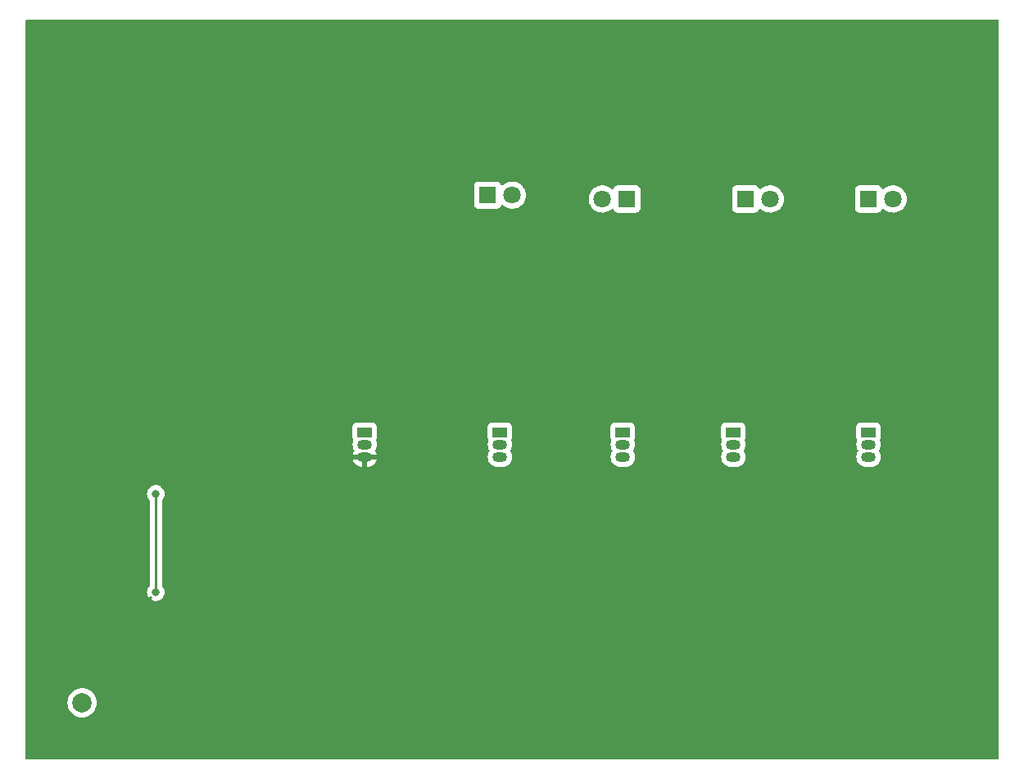
<source format=gbr>
%TF.GenerationSoftware,KiCad,Pcbnew,(6.0.0)*%
%TF.CreationDate,2024-11-06T11:00:43+02:00*%
%TF.ProjectId,second_pr.kicad_sch-1,7365636f-6e64-45f7-9072-2e6b69636164,0*%
%TF.SameCoordinates,Original*%
%TF.FileFunction,Copper,L2,Bot*%
%TF.FilePolarity,Positive*%
%FSLAX46Y46*%
G04 Gerber Fmt 4.6, Leading zero omitted, Abs format (unit mm)*
G04 Created by KiCad (PCBNEW (6.0.0)) date 2024-11-06 11:00:43*
%MOMM*%
%LPD*%
G01*
G04 APERTURE LIST*
%TA.AperFunction,ComponentPad*%
%ADD10R,1.800000X1.800000*%
%TD*%
%TA.AperFunction,ComponentPad*%
%ADD11C,1.800000*%
%TD*%
%TA.AperFunction,ComponentPad*%
%ADD12R,1.500000X1.050000*%
%TD*%
%TA.AperFunction,ComponentPad*%
%ADD13O,1.500000X1.050000*%
%TD*%
%TA.AperFunction,ViaPad*%
%ADD14C,0.800000*%
%TD*%
%TA.AperFunction,ViaPad*%
%ADD15C,2.000000*%
%TD*%
%TA.AperFunction,Conductor*%
%ADD16C,0.250000*%
%TD*%
G04 APERTURE END LIST*
D10*
%TO.P,D1,1,K*%
%TO.N,Net-(D1-Pad1)*%
X226060000Y-106281145D03*
D11*
%TO.P,D1,2,A*%
%TO.N,+9V*%
X228600000Y-106281145D03*
%TD*%
D12*
%TO.P,Q1,1,C*%
%TO.N,Net-(Q1-Pad1)*%
X213360000Y-130810000D03*
D13*
%TO.P,Q1,2,B*%
%TO.N,Net-(C1-Pad2)*%
X213360000Y-132080000D03*
%TO.P,Q1,3,E*%
%TO.N,GND*%
X213360000Y-133350000D03*
%TD*%
D10*
%TO.P,D4,1,K*%
%TO.N,Net-(D4-Pad1)*%
X265430000Y-106680000D03*
D11*
%TO.P,D4,2,A*%
%TO.N,+9V*%
X267970000Y-106680000D03*
%TD*%
D12*
%TO.P,Q4,1,C*%
%TO.N,Net-(D3-Pad1)*%
X251460000Y-130810000D03*
D13*
%TO.P,Q4,2,B*%
%TO.N,Net-(Q1-Pad1)*%
X251460000Y-132080000D03*
%TO.P,Q4,3,E*%
%TO.N,Net-(Q4-Pad3)*%
X251460000Y-133350000D03*
%TD*%
D12*
%TO.P,Q5,1,C*%
%TO.N,Net-(D4-Pad1)*%
X265430000Y-130810000D03*
D13*
%TO.P,Q5,2,B*%
%TO.N,Net-(Q1-Pad1)*%
X265430000Y-132080000D03*
%TO.P,Q5,3,E*%
%TO.N,Net-(Q5-Pad3)*%
X265430000Y-133350000D03*
%TD*%
D12*
%TO.P,Q3,1,C*%
%TO.N,Net-(D2-Pad1)*%
X240030000Y-130810000D03*
D13*
%TO.P,Q3,2,B*%
%TO.N,Net-(Q1-Pad1)*%
X240030000Y-132080000D03*
%TO.P,Q3,3,E*%
%TO.N,Net-(Q3-Pad3)*%
X240030000Y-133350000D03*
%TD*%
D12*
%TO.P,Q2,1,C*%
%TO.N,Net-(D1-Pad1)*%
X227330000Y-130810000D03*
D13*
%TO.P,Q2,2,B*%
%TO.N,Net-(Q1-Pad1)*%
X227330000Y-132080000D03*
%TO.P,Q2,3,E*%
%TO.N,Net-(Q2-Pad3)*%
X227330000Y-133350000D03*
%TD*%
D10*
%TO.P,D3,1,K*%
%TO.N,Net-(D3-Pad1)*%
X252730000Y-106680000D03*
D11*
%TO.P,D3,2,A*%
%TO.N,+9V*%
X255270000Y-106680000D03*
%TD*%
D10*
%TO.P,D2,1,K*%
%TO.N,Net-(D2-Pad1)*%
X240465572Y-106680000D03*
D11*
%TO.P,D2,2,A*%
%TO.N,+9V*%
X237925572Y-106680000D03*
%TD*%
D14*
%TO.N,Net-(C1-Pad2)*%
X191770000Y-137160000D03*
X191770000Y-147320000D03*
D15*
%TO.N,+9V*%
X184150000Y-158750000D03*
%TO.N,GND*%
X186690000Y-157480000D03*
%TD*%
D16*
%TO.N,Net-(C1-Pad2)*%
X191770000Y-147320000D02*
X191770000Y-137160000D01*
%TO.N,GND*%
X186690000Y-152400000D02*
X191257693Y-147832307D01*
X186690000Y-157480000D02*
X186690000Y-152400000D01*
%TD*%
%TA.AperFunction,Conductor*%
%TO.N,GND*%
G36*
X278834121Y-88158002D02*
G01*
X278880614Y-88211658D01*
X278892000Y-88264000D01*
X278892000Y-164466000D01*
X278871998Y-164534121D01*
X278818342Y-164580614D01*
X278766000Y-164592000D01*
X178434000Y-164592000D01*
X178365879Y-164571998D01*
X178319386Y-164518342D01*
X178308000Y-164466000D01*
X178308000Y-158750000D01*
X182636835Y-158750000D01*
X182655465Y-158986711D01*
X182710895Y-159217594D01*
X182801760Y-159436963D01*
X182804346Y-159441183D01*
X182923241Y-159635202D01*
X182923245Y-159635208D01*
X182925824Y-159639416D01*
X183080031Y-159819969D01*
X183260584Y-159974176D01*
X183264792Y-159976755D01*
X183264798Y-159976759D01*
X183458817Y-160095654D01*
X183463037Y-160098240D01*
X183467607Y-160100133D01*
X183467611Y-160100135D01*
X183677833Y-160187211D01*
X183682406Y-160189105D01*
X183762609Y-160208360D01*
X183908476Y-160243380D01*
X183908482Y-160243381D01*
X183913289Y-160244535D01*
X184150000Y-160263165D01*
X184386711Y-160244535D01*
X184391518Y-160243381D01*
X184391524Y-160243380D01*
X184537391Y-160208360D01*
X184617594Y-160189105D01*
X184622167Y-160187211D01*
X184832389Y-160100135D01*
X184832393Y-160100133D01*
X184836963Y-160098240D01*
X184841183Y-160095654D01*
X185035202Y-159976759D01*
X185035208Y-159976755D01*
X185039416Y-159974176D01*
X185219969Y-159819969D01*
X185374176Y-159639416D01*
X185376755Y-159635208D01*
X185376759Y-159635202D01*
X185495654Y-159441183D01*
X185498240Y-159436963D01*
X185589105Y-159217594D01*
X185644535Y-158986711D01*
X185663165Y-158750000D01*
X185644535Y-158513289D01*
X185589105Y-158282406D01*
X185498240Y-158063037D01*
X185495654Y-158058817D01*
X185376759Y-157864798D01*
X185376755Y-157864792D01*
X185374176Y-157860584D01*
X185219969Y-157680031D01*
X185039416Y-157525824D01*
X185035208Y-157523245D01*
X185035202Y-157523241D01*
X184841183Y-157404346D01*
X184836963Y-157401760D01*
X184832393Y-157399867D01*
X184832389Y-157399865D01*
X184622167Y-157312789D01*
X184622165Y-157312788D01*
X184617594Y-157310895D01*
X184537391Y-157291640D01*
X184391524Y-157256620D01*
X184391518Y-157256619D01*
X184386711Y-157255465D01*
X184150000Y-157236835D01*
X183913289Y-157255465D01*
X183908482Y-157256619D01*
X183908476Y-157256620D01*
X183762609Y-157291640D01*
X183682406Y-157310895D01*
X183677835Y-157312788D01*
X183677833Y-157312789D01*
X183467611Y-157399865D01*
X183467607Y-157399867D01*
X183463037Y-157401760D01*
X183458817Y-157404346D01*
X183264798Y-157523241D01*
X183264792Y-157523245D01*
X183260584Y-157525824D01*
X183080031Y-157680031D01*
X182925824Y-157860584D01*
X182923245Y-157864792D01*
X182923241Y-157864798D01*
X182804346Y-158058817D01*
X182801760Y-158063037D01*
X182710895Y-158282406D01*
X182655465Y-158513289D01*
X182636835Y-158750000D01*
X178308000Y-158750000D01*
X178308000Y-147320000D01*
X190856496Y-147320000D01*
X190876458Y-147509928D01*
X190935473Y-147691556D01*
X191030960Y-147856944D01*
X191158747Y-147998866D01*
X191313248Y-148111118D01*
X191319276Y-148113802D01*
X191319278Y-148113803D01*
X191481681Y-148186109D01*
X191487712Y-148188794D01*
X191581112Y-148208647D01*
X191668056Y-148227128D01*
X191668061Y-148227128D01*
X191674513Y-148228500D01*
X191865487Y-148228500D01*
X191871939Y-148227128D01*
X191871944Y-148227128D01*
X191958888Y-148208647D01*
X192052288Y-148188794D01*
X192058319Y-148186109D01*
X192220722Y-148113803D01*
X192220724Y-148113802D01*
X192226752Y-148111118D01*
X192381253Y-147998866D01*
X192509040Y-147856944D01*
X192604527Y-147691556D01*
X192663542Y-147509928D01*
X192683504Y-147320000D01*
X192663542Y-147130072D01*
X192604527Y-146948444D01*
X192509040Y-146783056D01*
X192435863Y-146701785D01*
X192405147Y-146637779D01*
X192403500Y-146617476D01*
X192403500Y-137862524D01*
X192423502Y-137794403D01*
X192435858Y-137778221D01*
X192509040Y-137696944D01*
X192604527Y-137531556D01*
X192663542Y-137349928D01*
X192683504Y-137160000D01*
X192663542Y-136970072D01*
X192604527Y-136788444D01*
X192509040Y-136623056D01*
X192381253Y-136481134D01*
X192226752Y-136368882D01*
X192220724Y-136366198D01*
X192220722Y-136366197D01*
X192058319Y-136293891D01*
X192058318Y-136293891D01*
X192052288Y-136291206D01*
X191958888Y-136271353D01*
X191871944Y-136252872D01*
X191871939Y-136252872D01*
X191865487Y-136251500D01*
X191674513Y-136251500D01*
X191668061Y-136252872D01*
X191668056Y-136252872D01*
X191581112Y-136271353D01*
X191487712Y-136291206D01*
X191481682Y-136293891D01*
X191481681Y-136293891D01*
X191319278Y-136366197D01*
X191319276Y-136366198D01*
X191313248Y-136368882D01*
X191158747Y-136481134D01*
X191030960Y-136623056D01*
X190935473Y-136788444D01*
X190876458Y-136970072D01*
X190856496Y-137160000D01*
X190876458Y-137349928D01*
X190935473Y-137531556D01*
X191030960Y-137696944D01*
X191104137Y-137778215D01*
X191134853Y-137842221D01*
X191136500Y-137862524D01*
X191136500Y-146617476D01*
X191116498Y-146685597D01*
X191104142Y-146701779D01*
X191030960Y-146783056D01*
X190935473Y-146948444D01*
X190876458Y-147130072D01*
X190856496Y-147320000D01*
X178308000Y-147320000D01*
X178308000Y-133615768D01*
X212136363Y-133615768D01*
X212170846Y-133732932D01*
X212175439Y-133744300D01*
X212263586Y-133912911D01*
X212270302Y-133923173D01*
X212389515Y-134071443D01*
X212398103Y-134080213D01*
X212543838Y-134202499D01*
X212553969Y-134209437D01*
X212720692Y-134301094D01*
X212731962Y-134305924D01*
X212913315Y-134363452D01*
X212925309Y-134366002D01*
X213073350Y-134382607D01*
X213080374Y-134383000D01*
X213087885Y-134383000D01*
X213103124Y-134378525D01*
X213104329Y-134377135D01*
X213106000Y-134369452D01*
X213106000Y-134364885D01*
X213614000Y-134364885D01*
X213618475Y-134380124D01*
X213619865Y-134381329D01*
X213627548Y-134383000D01*
X213632890Y-134383000D01*
X213639035Y-134382700D01*
X213780481Y-134368830D01*
X213792519Y-134366447D01*
X213974651Y-134311458D01*
X213985993Y-134306783D01*
X214153977Y-134217465D01*
X214164193Y-134210678D01*
X214311634Y-134090428D01*
X214320338Y-134081784D01*
X214441610Y-133935191D01*
X214448470Y-133925020D01*
X214538962Y-133757658D01*
X214543714Y-133746353D01*
X214582422Y-133621308D01*
X214582628Y-133607205D01*
X214575873Y-133604000D01*
X213632115Y-133604000D01*
X213616876Y-133608475D01*
X213615671Y-133609865D01*
X213614000Y-133617548D01*
X213614000Y-134364885D01*
X213106000Y-134364885D01*
X213106000Y-133622115D01*
X213101525Y-133606876D01*
X213100135Y-133605671D01*
X213092452Y-133604000D01*
X212151014Y-133604000D01*
X212137483Y-133607973D01*
X212136363Y-133615768D01*
X178308000Y-133615768D01*
X178308000Y-133342750D01*
X226066524Y-133342750D01*
X226084894Y-133544596D01*
X226086632Y-133550502D01*
X226086633Y-133550506D01*
X226107709Y-133622115D01*
X226142119Y-133739029D01*
X226144972Y-133744486D01*
X226144973Y-133744489D01*
X226149127Y-133752435D01*
X226236019Y-133918645D01*
X226239879Y-133923445D01*
X226239879Y-133923446D01*
X226245729Y-133930722D01*
X226363019Y-134076601D01*
X226518281Y-134206881D01*
X226523673Y-134209845D01*
X226523677Y-134209848D01*
X226689654Y-134301094D01*
X226695891Y-134304523D01*
X226889084Y-134365807D01*
X226895201Y-134366493D01*
X226895205Y-134366494D01*
X226969348Y-134374810D01*
X227046817Y-134383500D01*
X227606004Y-134383500D01*
X227756713Y-134368723D01*
X227950742Y-134310142D01*
X228129698Y-134214990D01*
X228145014Y-134202499D01*
X228281987Y-134090785D01*
X228286763Y-134086890D01*
X228299542Y-134071443D01*
X228412027Y-133935472D01*
X228412029Y-133935469D01*
X228415956Y-133930722D01*
X228512356Y-133752435D01*
X228557787Y-133605671D01*
X228570468Y-133564707D01*
X228570469Y-133564704D01*
X228572290Y-133558820D01*
X228593476Y-133357250D01*
X228592156Y-133342750D01*
X238766524Y-133342750D01*
X238784894Y-133544596D01*
X238786632Y-133550502D01*
X238786633Y-133550506D01*
X238807709Y-133622115D01*
X238842119Y-133739029D01*
X238844972Y-133744486D01*
X238844973Y-133744489D01*
X238849127Y-133752435D01*
X238936019Y-133918645D01*
X238939879Y-133923445D01*
X238939879Y-133923446D01*
X238945729Y-133930722D01*
X239063019Y-134076601D01*
X239218281Y-134206881D01*
X239223673Y-134209845D01*
X239223677Y-134209848D01*
X239389654Y-134301094D01*
X239395891Y-134304523D01*
X239589084Y-134365807D01*
X239595201Y-134366493D01*
X239595205Y-134366494D01*
X239669348Y-134374810D01*
X239746817Y-134383500D01*
X240306004Y-134383500D01*
X240456713Y-134368723D01*
X240650742Y-134310142D01*
X240829698Y-134214990D01*
X240845014Y-134202499D01*
X240981987Y-134090785D01*
X240986763Y-134086890D01*
X240999542Y-134071443D01*
X241112027Y-133935472D01*
X241112029Y-133935469D01*
X241115956Y-133930722D01*
X241212356Y-133752435D01*
X241257787Y-133605671D01*
X241270468Y-133564707D01*
X241270469Y-133564704D01*
X241272290Y-133558820D01*
X241293476Y-133357250D01*
X241292156Y-133342750D01*
X250196524Y-133342750D01*
X250214894Y-133544596D01*
X250216632Y-133550502D01*
X250216633Y-133550506D01*
X250237709Y-133622115D01*
X250272119Y-133739029D01*
X250274972Y-133744486D01*
X250274973Y-133744489D01*
X250279127Y-133752435D01*
X250366019Y-133918645D01*
X250369879Y-133923445D01*
X250369879Y-133923446D01*
X250375729Y-133930722D01*
X250493019Y-134076601D01*
X250648281Y-134206881D01*
X250653673Y-134209845D01*
X250653677Y-134209848D01*
X250819654Y-134301094D01*
X250825891Y-134304523D01*
X251019084Y-134365807D01*
X251025201Y-134366493D01*
X251025205Y-134366494D01*
X251099348Y-134374810D01*
X251176817Y-134383500D01*
X251736004Y-134383500D01*
X251886713Y-134368723D01*
X252080742Y-134310142D01*
X252259698Y-134214990D01*
X252275014Y-134202499D01*
X252411987Y-134090785D01*
X252416763Y-134086890D01*
X252429542Y-134071443D01*
X252542027Y-133935472D01*
X252542029Y-133935469D01*
X252545956Y-133930722D01*
X252642356Y-133752435D01*
X252687787Y-133605671D01*
X252700468Y-133564707D01*
X252700469Y-133564704D01*
X252702290Y-133558820D01*
X252723476Y-133357250D01*
X252722156Y-133342750D01*
X264166524Y-133342750D01*
X264184894Y-133544596D01*
X264186632Y-133550502D01*
X264186633Y-133550506D01*
X264207709Y-133622115D01*
X264242119Y-133739029D01*
X264244972Y-133744486D01*
X264244973Y-133744489D01*
X264249127Y-133752435D01*
X264336019Y-133918645D01*
X264339879Y-133923445D01*
X264339879Y-133923446D01*
X264345729Y-133930722D01*
X264463019Y-134076601D01*
X264618281Y-134206881D01*
X264623673Y-134209845D01*
X264623677Y-134209848D01*
X264789654Y-134301094D01*
X264795891Y-134304523D01*
X264989084Y-134365807D01*
X264995201Y-134366493D01*
X264995205Y-134366494D01*
X265069348Y-134374810D01*
X265146817Y-134383500D01*
X265706004Y-134383500D01*
X265856713Y-134368723D01*
X266050742Y-134310142D01*
X266229698Y-134214990D01*
X266245014Y-134202499D01*
X266381987Y-134090785D01*
X266386763Y-134086890D01*
X266399542Y-134071443D01*
X266512027Y-133935472D01*
X266512029Y-133935469D01*
X266515956Y-133930722D01*
X266612356Y-133752435D01*
X266657787Y-133605671D01*
X266670468Y-133564707D01*
X266670469Y-133564704D01*
X266672290Y-133558820D01*
X266693476Y-133357250D01*
X266675106Y-133155404D01*
X266662685Y-133113199D01*
X266619620Y-132966880D01*
X266617881Y-132960971D01*
X266614053Y-132953647D01*
X266537179Y-132806601D01*
X266523981Y-132781355D01*
X266524016Y-132781337D01*
X266504111Y-132715559D01*
X266519271Y-132654591D01*
X266609426Y-132487853D01*
X266612356Y-132482435D01*
X266672290Y-132288820D01*
X266693476Y-132087250D01*
X266675106Y-131885404D01*
X266669188Y-131865294D01*
X266619620Y-131696879D01*
X266619619Y-131696877D01*
X266617881Y-131690971D01*
X266618740Y-131690718D01*
X266612286Y-131625338D01*
X266625452Y-131588594D01*
X266630615Y-131581705D01*
X266633768Y-131573296D01*
X266678971Y-131452715D01*
X266681745Y-131445316D01*
X266688500Y-131383134D01*
X266688500Y-130236866D01*
X266681745Y-130174684D01*
X266630615Y-130038295D01*
X266543261Y-129921739D01*
X266426705Y-129834385D01*
X266290316Y-129783255D01*
X266228134Y-129776500D01*
X264631866Y-129776500D01*
X264569684Y-129783255D01*
X264433295Y-129834385D01*
X264316739Y-129921739D01*
X264229385Y-130038295D01*
X264178255Y-130174684D01*
X264171500Y-130236866D01*
X264171500Y-131383134D01*
X264178255Y-131445316D01*
X264181029Y-131452715D01*
X264226232Y-131573296D01*
X264226234Y-131573299D01*
X264229385Y-131581705D01*
X264234773Y-131588894D01*
X264234906Y-131589137D01*
X264250076Y-131658494D01*
X264244752Y-131686907D01*
X264187710Y-131871180D01*
X264166524Y-132072750D01*
X264184894Y-132274596D01*
X264242119Y-132469029D01*
X264244972Y-132474486D01*
X264244973Y-132474489D01*
X264249127Y-132482435D01*
X264335923Y-132648460D01*
X264335923Y-132648462D01*
X264336019Y-132648645D01*
X264335984Y-132648663D01*
X264355889Y-132714441D01*
X264340729Y-132775409D01*
X264247644Y-132947565D01*
X264245126Y-132955700D01*
X264196372Y-133113199D01*
X264187710Y-133141180D01*
X264166524Y-133342750D01*
X252722156Y-133342750D01*
X252705106Y-133155404D01*
X252692685Y-133113199D01*
X252649620Y-132966880D01*
X252647881Y-132960971D01*
X252644053Y-132953647D01*
X252567179Y-132806601D01*
X252553981Y-132781355D01*
X252554016Y-132781337D01*
X252534111Y-132715559D01*
X252549271Y-132654591D01*
X252639426Y-132487853D01*
X252642356Y-132482435D01*
X252702290Y-132288820D01*
X252723476Y-132087250D01*
X252705106Y-131885404D01*
X252699188Y-131865294D01*
X252649620Y-131696879D01*
X252649619Y-131696877D01*
X252647881Y-131690971D01*
X252648740Y-131690718D01*
X252642286Y-131625338D01*
X252655452Y-131588594D01*
X252660615Y-131581705D01*
X252663768Y-131573296D01*
X252708971Y-131452715D01*
X252711745Y-131445316D01*
X252718500Y-131383134D01*
X252718500Y-130236866D01*
X252711745Y-130174684D01*
X252660615Y-130038295D01*
X252573261Y-129921739D01*
X252456705Y-129834385D01*
X252320316Y-129783255D01*
X252258134Y-129776500D01*
X250661866Y-129776500D01*
X250599684Y-129783255D01*
X250463295Y-129834385D01*
X250346739Y-129921739D01*
X250259385Y-130038295D01*
X250208255Y-130174684D01*
X250201500Y-130236866D01*
X250201500Y-131383134D01*
X250208255Y-131445316D01*
X250211029Y-131452715D01*
X250256232Y-131573296D01*
X250256234Y-131573299D01*
X250259385Y-131581705D01*
X250264773Y-131588894D01*
X250264906Y-131589137D01*
X250280076Y-131658494D01*
X250274752Y-131686907D01*
X250217710Y-131871180D01*
X250196524Y-132072750D01*
X250214894Y-132274596D01*
X250272119Y-132469029D01*
X250274972Y-132474486D01*
X250274973Y-132474489D01*
X250279127Y-132482435D01*
X250365923Y-132648460D01*
X250365923Y-132648462D01*
X250366019Y-132648645D01*
X250365984Y-132648663D01*
X250385889Y-132714441D01*
X250370729Y-132775409D01*
X250277644Y-132947565D01*
X250275126Y-132955700D01*
X250226372Y-133113199D01*
X250217710Y-133141180D01*
X250196524Y-133342750D01*
X241292156Y-133342750D01*
X241275106Y-133155404D01*
X241262685Y-133113199D01*
X241219620Y-132966880D01*
X241217881Y-132960971D01*
X241214053Y-132953647D01*
X241137179Y-132806601D01*
X241123981Y-132781355D01*
X241124016Y-132781337D01*
X241104111Y-132715559D01*
X241119271Y-132654591D01*
X241209426Y-132487853D01*
X241212356Y-132482435D01*
X241272290Y-132288820D01*
X241293476Y-132087250D01*
X241275106Y-131885404D01*
X241269188Y-131865294D01*
X241219620Y-131696879D01*
X241219619Y-131696877D01*
X241217881Y-131690971D01*
X241218740Y-131690718D01*
X241212286Y-131625338D01*
X241225452Y-131588594D01*
X241230615Y-131581705D01*
X241233768Y-131573296D01*
X241278971Y-131452715D01*
X241281745Y-131445316D01*
X241288500Y-131383134D01*
X241288500Y-130236866D01*
X241281745Y-130174684D01*
X241230615Y-130038295D01*
X241143261Y-129921739D01*
X241026705Y-129834385D01*
X240890316Y-129783255D01*
X240828134Y-129776500D01*
X239231866Y-129776500D01*
X239169684Y-129783255D01*
X239033295Y-129834385D01*
X238916739Y-129921739D01*
X238829385Y-130038295D01*
X238778255Y-130174684D01*
X238771500Y-130236866D01*
X238771500Y-131383134D01*
X238778255Y-131445316D01*
X238781029Y-131452715D01*
X238826232Y-131573296D01*
X238826234Y-131573299D01*
X238829385Y-131581705D01*
X238834773Y-131588894D01*
X238834906Y-131589137D01*
X238850076Y-131658494D01*
X238844752Y-131686907D01*
X238787710Y-131871180D01*
X238766524Y-132072750D01*
X238784894Y-132274596D01*
X238842119Y-132469029D01*
X238844972Y-132474486D01*
X238844973Y-132474489D01*
X238849127Y-132482435D01*
X238935923Y-132648460D01*
X238935923Y-132648462D01*
X238936019Y-132648645D01*
X238935984Y-132648663D01*
X238955889Y-132714441D01*
X238940729Y-132775409D01*
X238847644Y-132947565D01*
X238845126Y-132955700D01*
X238796372Y-133113199D01*
X238787710Y-133141180D01*
X238766524Y-133342750D01*
X228592156Y-133342750D01*
X228575106Y-133155404D01*
X228562685Y-133113199D01*
X228519620Y-132966880D01*
X228517881Y-132960971D01*
X228514053Y-132953647D01*
X228437179Y-132806601D01*
X228423981Y-132781355D01*
X228424016Y-132781337D01*
X228404111Y-132715559D01*
X228419271Y-132654591D01*
X228509426Y-132487853D01*
X228512356Y-132482435D01*
X228572290Y-132288820D01*
X228593476Y-132087250D01*
X228575106Y-131885404D01*
X228569188Y-131865294D01*
X228519620Y-131696879D01*
X228519619Y-131696877D01*
X228517881Y-131690971D01*
X228518740Y-131690718D01*
X228512286Y-131625338D01*
X228525452Y-131588594D01*
X228530615Y-131581705D01*
X228533768Y-131573296D01*
X228578971Y-131452715D01*
X228581745Y-131445316D01*
X228588500Y-131383134D01*
X228588500Y-130236866D01*
X228581745Y-130174684D01*
X228530615Y-130038295D01*
X228443261Y-129921739D01*
X228326705Y-129834385D01*
X228190316Y-129783255D01*
X228128134Y-129776500D01*
X226531866Y-129776500D01*
X226469684Y-129783255D01*
X226333295Y-129834385D01*
X226216739Y-129921739D01*
X226129385Y-130038295D01*
X226078255Y-130174684D01*
X226071500Y-130236866D01*
X226071500Y-131383134D01*
X226078255Y-131445316D01*
X226081029Y-131452715D01*
X226126232Y-131573296D01*
X226126234Y-131573299D01*
X226129385Y-131581705D01*
X226134773Y-131588894D01*
X226134906Y-131589137D01*
X226150076Y-131658494D01*
X226144752Y-131686907D01*
X226087710Y-131871180D01*
X226066524Y-132072750D01*
X226084894Y-132274596D01*
X226142119Y-132469029D01*
X226144972Y-132474486D01*
X226144973Y-132474489D01*
X226149127Y-132482435D01*
X226235923Y-132648460D01*
X226235923Y-132648462D01*
X226236019Y-132648645D01*
X226235984Y-132648663D01*
X226255889Y-132714441D01*
X226240729Y-132775409D01*
X226147644Y-132947565D01*
X226145126Y-132955700D01*
X226096372Y-133113199D01*
X226087710Y-133141180D01*
X226066524Y-133342750D01*
X178308000Y-133342750D01*
X178308000Y-132072750D01*
X212096524Y-132072750D01*
X212114894Y-132274596D01*
X212172119Y-132469029D01*
X212174972Y-132474486D01*
X212174973Y-132474489D01*
X212263162Y-132643181D01*
X212263165Y-132643185D01*
X212266019Y-132648645D01*
X212266221Y-132648897D01*
X212286201Y-132714912D01*
X212271041Y-132775885D01*
X212181038Y-132942342D01*
X212176286Y-132953647D01*
X212137578Y-133078692D01*
X212137372Y-133092795D01*
X212144127Y-133096000D01*
X212913758Y-133096000D01*
X212927803Y-133096785D01*
X213076817Y-133113500D01*
X213636004Y-133113500D01*
X213786713Y-133098723D01*
X213789002Y-133098032D01*
X213809724Y-133096000D01*
X214568986Y-133096000D01*
X214582517Y-133092027D01*
X214583637Y-133084232D01*
X214549154Y-132967068D01*
X214544561Y-132955700D01*
X214456416Y-132787093D01*
X214454403Y-132784017D01*
X214453846Y-132782178D01*
X214453560Y-132781630D01*
X214453664Y-132781576D01*
X214433839Y-132716064D01*
X214448999Y-132655094D01*
X214539426Y-132487853D01*
X214542356Y-132482435D01*
X214602290Y-132288820D01*
X214623476Y-132087250D01*
X214605106Y-131885404D01*
X214599188Y-131865294D01*
X214549620Y-131696879D01*
X214549619Y-131696877D01*
X214547881Y-131690971D01*
X214548740Y-131690718D01*
X214542286Y-131625338D01*
X214555452Y-131588594D01*
X214560615Y-131581705D01*
X214563768Y-131573296D01*
X214608971Y-131452715D01*
X214611745Y-131445316D01*
X214618500Y-131383134D01*
X214618500Y-130236866D01*
X214611745Y-130174684D01*
X214560615Y-130038295D01*
X214473261Y-129921739D01*
X214356705Y-129834385D01*
X214220316Y-129783255D01*
X214158134Y-129776500D01*
X212561866Y-129776500D01*
X212499684Y-129783255D01*
X212363295Y-129834385D01*
X212246739Y-129921739D01*
X212159385Y-130038295D01*
X212108255Y-130174684D01*
X212101500Y-130236866D01*
X212101500Y-131383134D01*
X212108255Y-131445316D01*
X212111029Y-131452715D01*
X212156232Y-131573296D01*
X212156234Y-131573299D01*
X212159385Y-131581705D01*
X212164773Y-131588894D01*
X212164906Y-131589137D01*
X212180076Y-131658494D01*
X212174752Y-131686907D01*
X212117710Y-131871180D01*
X212096524Y-132072750D01*
X178308000Y-132072750D01*
X178308000Y-107229279D01*
X224651500Y-107229279D01*
X224658255Y-107291461D01*
X224709385Y-107427850D01*
X224796739Y-107544406D01*
X224913295Y-107631760D01*
X225049684Y-107682890D01*
X225111866Y-107689645D01*
X227008134Y-107689645D01*
X227070316Y-107682890D01*
X227206705Y-107631760D01*
X227323261Y-107544406D01*
X227410615Y-107427850D01*
X227435180Y-107362323D01*
X227477822Y-107305559D01*
X227544383Y-107280859D01*
X227613732Y-107296066D01*
X227633647Y-107309609D01*
X227765942Y-107419442D01*
X227789349Y-107438875D01*
X227989322Y-107555729D01*
X228205694Y-107638354D01*
X228210760Y-107639385D01*
X228210761Y-107639385D01*
X228263846Y-107650185D01*
X228432656Y-107684530D01*
X228562089Y-107689276D01*
X228658949Y-107692828D01*
X228658953Y-107692828D01*
X228664113Y-107693017D01*
X228669233Y-107692361D01*
X228669235Y-107692361D01*
X228760503Y-107680669D01*
X228893847Y-107663587D01*
X228898795Y-107662102D01*
X228898802Y-107662101D01*
X229110747Y-107598514D01*
X229115690Y-107597031D01*
X229120324Y-107594761D01*
X229319049Y-107497407D01*
X229319052Y-107497405D01*
X229323684Y-107495136D01*
X229512243Y-107360639D01*
X229676303Y-107197150D01*
X229811458Y-107009062D01*
X229876877Y-106876697D01*
X229911784Y-106806067D01*
X229911785Y-106806065D01*
X229914078Y-106801425D01*
X229961461Y-106645469D01*
X236512667Y-106645469D01*
X236512964Y-106650622D01*
X236512964Y-106650625D01*
X236521659Y-106801425D01*
X236525999Y-106876697D01*
X236527136Y-106881743D01*
X236527137Y-106881749D01*
X236554783Y-107004423D01*
X236576918Y-107102642D01*
X236578860Y-107107424D01*
X236578861Y-107107428D01*
X236662112Y-107312450D01*
X236664056Y-107317237D01*
X236738596Y-107438875D01*
X236773073Y-107495136D01*
X236785073Y-107514719D01*
X236936719Y-107689784D01*
X237114921Y-107837730D01*
X237314894Y-107954584D01*
X237531266Y-108037209D01*
X237536332Y-108038240D01*
X237536333Y-108038240D01*
X237589418Y-108049040D01*
X237758228Y-108083385D01*
X237887661Y-108088131D01*
X237984521Y-108091683D01*
X237984525Y-108091683D01*
X237989685Y-108091872D01*
X237994805Y-108091216D01*
X237994807Y-108091216D01*
X238068738Y-108081745D01*
X238219419Y-108062442D01*
X238224367Y-108060957D01*
X238224374Y-108060956D01*
X238436319Y-107997369D01*
X238441262Y-107995886D01*
X238521808Y-107956427D01*
X238644621Y-107896262D01*
X238644624Y-107896260D01*
X238649256Y-107893991D01*
X238837815Y-107759494D01*
X238882881Y-107714585D01*
X238945253Y-107680669D01*
X239016059Y-107685857D01*
X239072821Y-107728503D01*
X239089803Y-107759607D01*
X239114957Y-107826705D01*
X239202311Y-107943261D01*
X239318867Y-108030615D01*
X239455256Y-108081745D01*
X239517438Y-108088500D01*
X241413706Y-108088500D01*
X241475888Y-108081745D01*
X241612277Y-108030615D01*
X241728833Y-107943261D01*
X241816187Y-107826705D01*
X241867317Y-107690316D01*
X241874072Y-107628134D01*
X251321500Y-107628134D01*
X251328255Y-107690316D01*
X251379385Y-107826705D01*
X251466739Y-107943261D01*
X251583295Y-108030615D01*
X251719684Y-108081745D01*
X251781866Y-108088500D01*
X253678134Y-108088500D01*
X253740316Y-108081745D01*
X253876705Y-108030615D01*
X253993261Y-107943261D01*
X254080615Y-107826705D01*
X254105180Y-107761178D01*
X254147822Y-107704414D01*
X254214383Y-107679714D01*
X254283732Y-107694921D01*
X254303647Y-107708464D01*
X254368724Y-107762492D01*
X254459349Y-107837730D01*
X254659322Y-107954584D01*
X254875694Y-108037209D01*
X254880760Y-108038240D01*
X254880761Y-108038240D01*
X254933846Y-108049040D01*
X255102656Y-108083385D01*
X255232089Y-108088131D01*
X255328949Y-108091683D01*
X255328953Y-108091683D01*
X255334113Y-108091872D01*
X255339233Y-108091216D01*
X255339235Y-108091216D01*
X255413166Y-108081745D01*
X255563847Y-108062442D01*
X255568795Y-108060957D01*
X255568802Y-108060956D01*
X255780747Y-107997369D01*
X255785690Y-107995886D01*
X255866236Y-107956427D01*
X255989049Y-107896262D01*
X255989052Y-107896260D01*
X255993684Y-107893991D01*
X256182243Y-107759494D01*
X256314062Y-107628134D01*
X264021500Y-107628134D01*
X264028255Y-107690316D01*
X264079385Y-107826705D01*
X264166739Y-107943261D01*
X264283295Y-108030615D01*
X264419684Y-108081745D01*
X264481866Y-108088500D01*
X266378134Y-108088500D01*
X266440316Y-108081745D01*
X266576705Y-108030615D01*
X266693261Y-107943261D01*
X266780615Y-107826705D01*
X266805180Y-107761178D01*
X266847822Y-107704414D01*
X266914383Y-107679714D01*
X266983732Y-107694921D01*
X267003647Y-107708464D01*
X267068724Y-107762492D01*
X267159349Y-107837730D01*
X267359322Y-107954584D01*
X267575694Y-108037209D01*
X267580760Y-108038240D01*
X267580761Y-108038240D01*
X267633846Y-108049040D01*
X267802656Y-108083385D01*
X267932089Y-108088131D01*
X268028949Y-108091683D01*
X268028953Y-108091683D01*
X268034113Y-108091872D01*
X268039233Y-108091216D01*
X268039235Y-108091216D01*
X268113166Y-108081745D01*
X268263847Y-108062442D01*
X268268795Y-108060957D01*
X268268802Y-108060956D01*
X268480747Y-107997369D01*
X268485690Y-107995886D01*
X268566236Y-107956427D01*
X268689049Y-107896262D01*
X268689052Y-107896260D01*
X268693684Y-107893991D01*
X268882243Y-107759494D01*
X269046303Y-107596005D01*
X269181458Y-107407917D01*
X269203343Y-107363637D01*
X269281784Y-107204922D01*
X269281785Y-107204920D01*
X269284078Y-107200280D01*
X269351408Y-106978671D01*
X269381640Y-106749041D01*
X269383327Y-106680000D01*
X269374669Y-106574689D01*
X269364773Y-106454318D01*
X269364772Y-106454312D01*
X269364349Y-106449167D01*
X269322145Y-106281145D01*
X269309184Y-106229544D01*
X269309183Y-106229540D01*
X269307925Y-106224533D01*
X269305866Y-106219797D01*
X269217630Y-106016868D01*
X269217628Y-106016865D01*
X269215570Y-106012131D01*
X269089764Y-105817665D01*
X268933887Y-105646358D01*
X268929836Y-105643159D01*
X268929832Y-105643155D01*
X268756177Y-105506011D01*
X268756172Y-105506008D01*
X268752123Y-105502810D01*
X268747607Y-105500317D01*
X268747604Y-105500315D01*
X268553879Y-105393373D01*
X268553875Y-105393371D01*
X268549355Y-105390876D01*
X268544486Y-105389152D01*
X268544482Y-105389150D01*
X268335903Y-105315288D01*
X268335899Y-105315287D01*
X268331028Y-105313562D01*
X268325935Y-105312655D01*
X268325932Y-105312654D01*
X268108095Y-105273851D01*
X268108089Y-105273850D01*
X268103006Y-105272945D01*
X268030096Y-105272054D01*
X267876581Y-105270179D01*
X267876579Y-105270179D01*
X267871411Y-105270116D01*
X267642464Y-105305150D01*
X267422314Y-105377106D01*
X267417726Y-105379494D01*
X267417722Y-105379496D01*
X267300940Y-105440289D01*
X267216872Y-105484052D01*
X267212739Y-105487155D01*
X267212736Y-105487157D01*
X267035790Y-105620012D01*
X267031655Y-105623117D01*
X267014170Y-105641414D01*
X266952646Y-105676844D01*
X266881733Y-105673387D01*
X266823947Y-105632141D01*
X266805094Y-105598592D01*
X266783768Y-105541705D01*
X266783767Y-105541703D01*
X266780615Y-105533295D01*
X266693261Y-105416739D01*
X266576705Y-105329385D01*
X266440316Y-105278255D01*
X266378134Y-105271500D01*
X264481866Y-105271500D01*
X264419684Y-105278255D01*
X264283295Y-105329385D01*
X264166739Y-105416739D01*
X264079385Y-105533295D01*
X264028255Y-105669684D01*
X264021500Y-105731866D01*
X264021500Y-107628134D01*
X256314062Y-107628134D01*
X256346303Y-107596005D01*
X256481458Y-107407917D01*
X256503343Y-107363637D01*
X256581784Y-107204922D01*
X256581785Y-107204920D01*
X256584078Y-107200280D01*
X256651408Y-106978671D01*
X256681640Y-106749041D01*
X256683327Y-106680000D01*
X256674669Y-106574689D01*
X256664773Y-106454318D01*
X256664772Y-106454312D01*
X256664349Y-106449167D01*
X256622145Y-106281145D01*
X256609184Y-106229544D01*
X256609183Y-106229540D01*
X256607925Y-106224533D01*
X256605866Y-106219797D01*
X256517630Y-106016868D01*
X256517628Y-106016865D01*
X256515570Y-106012131D01*
X256389764Y-105817665D01*
X256233887Y-105646358D01*
X256229836Y-105643159D01*
X256229832Y-105643155D01*
X256056177Y-105506011D01*
X256056172Y-105506008D01*
X256052123Y-105502810D01*
X256047607Y-105500317D01*
X256047604Y-105500315D01*
X255853879Y-105393373D01*
X255853875Y-105393371D01*
X255849355Y-105390876D01*
X255844486Y-105389152D01*
X255844482Y-105389150D01*
X255635903Y-105315288D01*
X255635899Y-105315287D01*
X255631028Y-105313562D01*
X255625935Y-105312655D01*
X255625932Y-105312654D01*
X255408095Y-105273851D01*
X255408089Y-105273850D01*
X255403006Y-105272945D01*
X255330096Y-105272054D01*
X255176581Y-105270179D01*
X255176579Y-105270179D01*
X255171411Y-105270116D01*
X254942464Y-105305150D01*
X254722314Y-105377106D01*
X254717726Y-105379494D01*
X254717722Y-105379496D01*
X254600940Y-105440289D01*
X254516872Y-105484052D01*
X254512739Y-105487155D01*
X254512736Y-105487157D01*
X254335790Y-105620012D01*
X254331655Y-105623117D01*
X254314170Y-105641414D01*
X254252646Y-105676844D01*
X254181733Y-105673387D01*
X254123947Y-105632141D01*
X254105094Y-105598592D01*
X254083768Y-105541705D01*
X254083767Y-105541703D01*
X254080615Y-105533295D01*
X253993261Y-105416739D01*
X253876705Y-105329385D01*
X253740316Y-105278255D01*
X253678134Y-105271500D01*
X251781866Y-105271500D01*
X251719684Y-105278255D01*
X251583295Y-105329385D01*
X251466739Y-105416739D01*
X251379385Y-105533295D01*
X251328255Y-105669684D01*
X251321500Y-105731866D01*
X251321500Y-107628134D01*
X241874072Y-107628134D01*
X241874072Y-105731866D01*
X241867317Y-105669684D01*
X241816187Y-105533295D01*
X241728833Y-105416739D01*
X241612277Y-105329385D01*
X241475888Y-105278255D01*
X241413706Y-105271500D01*
X239517438Y-105271500D01*
X239455256Y-105278255D01*
X239318867Y-105329385D01*
X239202311Y-105416739D01*
X239114957Y-105533295D01*
X239111805Y-105541703D01*
X239111804Y-105541705D01*
X239091110Y-105596906D01*
X239048469Y-105653671D01*
X238981907Y-105678371D01*
X238912558Y-105663164D01*
X238889739Y-105646666D01*
X238889459Y-105646358D01*
X238756945Y-105541705D01*
X238711749Y-105506011D01*
X238711744Y-105506008D01*
X238707695Y-105502810D01*
X238703179Y-105500317D01*
X238703176Y-105500315D01*
X238509451Y-105393373D01*
X238509447Y-105393371D01*
X238504927Y-105390876D01*
X238500058Y-105389152D01*
X238500054Y-105389150D01*
X238291475Y-105315288D01*
X238291471Y-105315287D01*
X238286600Y-105313562D01*
X238281507Y-105312655D01*
X238281504Y-105312654D01*
X238063667Y-105273851D01*
X238063661Y-105273850D01*
X238058578Y-105272945D01*
X237985668Y-105272054D01*
X237832153Y-105270179D01*
X237832151Y-105270179D01*
X237826983Y-105270116D01*
X237598036Y-105305150D01*
X237377886Y-105377106D01*
X237373298Y-105379494D01*
X237373294Y-105379496D01*
X237256512Y-105440289D01*
X237172444Y-105484052D01*
X237168311Y-105487155D01*
X237168308Y-105487157D01*
X236991362Y-105620012D01*
X236987227Y-105623117D01*
X236827211Y-105790564D01*
X236824297Y-105794836D01*
X236824296Y-105794837D01*
X236796349Y-105835806D01*
X236696691Y-105981899D01*
X236599174Y-106191981D01*
X236537279Y-106415169D01*
X236512667Y-106645469D01*
X229961461Y-106645469D01*
X229981408Y-106579816D01*
X230011640Y-106350186D01*
X230013327Y-106281145D01*
X230005612Y-106187301D01*
X229994773Y-106055463D01*
X229994772Y-106055457D01*
X229994349Y-106050312D01*
X229966137Y-105937995D01*
X229939184Y-105830689D01*
X229939183Y-105830685D01*
X229937925Y-105825678D01*
X229898620Y-105735283D01*
X229847630Y-105618013D01*
X229847628Y-105618010D01*
X229845570Y-105613276D01*
X229719764Y-105418810D01*
X229563887Y-105247503D01*
X229559836Y-105244304D01*
X229559832Y-105244300D01*
X229386177Y-105107156D01*
X229386172Y-105107153D01*
X229382123Y-105103955D01*
X229377607Y-105101462D01*
X229377604Y-105101460D01*
X229183879Y-104994518D01*
X229183875Y-104994516D01*
X229179355Y-104992021D01*
X229174486Y-104990297D01*
X229174482Y-104990295D01*
X228965903Y-104916433D01*
X228965899Y-104916432D01*
X228961028Y-104914707D01*
X228955935Y-104913800D01*
X228955932Y-104913799D01*
X228738095Y-104874996D01*
X228738089Y-104874995D01*
X228733006Y-104874090D01*
X228660096Y-104873199D01*
X228506581Y-104871324D01*
X228506579Y-104871324D01*
X228501411Y-104871261D01*
X228272464Y-104906295D01*
X228052314Y-104978251D01*
X228047726Y-104980639D01*
X228047722Y-104980641D01*
X227851461Y-105082808D01*
X227846872Y-105085197D01*
X227842739Y-105088300D01*
X227842736Y-105088302D01*
X227770088Y-105142848D01*
X227661655Y-105224262D01*
X227644170Y-105242559D01*
X227582646Y-105277989D01*
X227511733Y-105274532D01*
X227453947Y-105233286D01*
X227435094Y-105199737D01*
X227413768Y-105142850D01*
X227413767Y-105142848D01*
X227410615Y-105134440D01*
X227323261Y-105017884D01*
X227206705Y-104930530D01*
X227070316Y-104879400D01*
X227008134Y-104872645D01*
X225111866Y-104872645D01*
X225049684Y-104879400D01*
X224913295Y-104930530D01*
X224796739Y-105017884D01*
X224709385Y-105134440D01*
X224658255Y-105270829D01*
X224651500Y-105333011D01*
X224651500Y-107229279D01*
X178308000Y-107229279D01*
X178308000Y-88264000D01*
X178328002Y-88195879D01*
X178381658Y-88149386D01*
X178434000Y-88138000D01*
X278766000Y-88138000D01*
X278834121Y-88158002D01*
G37*
%TD.AperFunction*%
%TD*%
M02*

</source>
